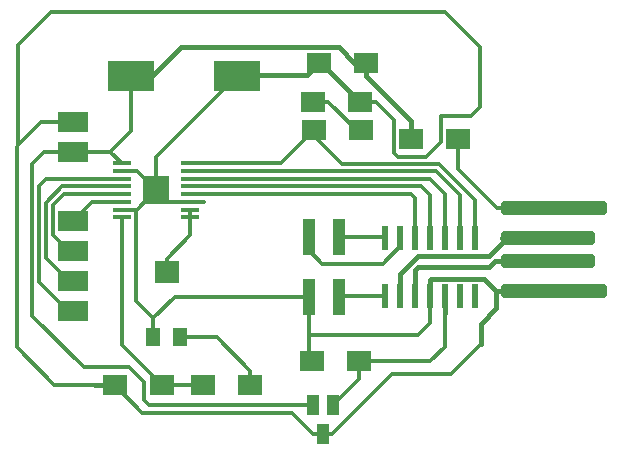
<source format=gbr>
%TF.GenerationSoftware,KiCad,Pcbnew,(6.0.1)*%
%TF.CreationDate,2022-02-02T16:00:44+02:00*%
%TF.ProjectId,DRV8428P-D11C-NEMA17,44525638-3432-4385-902d-443131432d4e,rev?*%
%TF.SameCoordinates,Original*%
%TF.FileFunction,Copper,L1,Top*%
%TF.FilePolarity,Positive*%
%FSLAX46Y46*%
G04 Gerber Fmt 4.6, Leading zero omitted, Abs format (unit mm)*
G04 Created by KiCad (PCBNEW (6.0.1)) date 2022-02-02 16:00:44*
%MOMM*%
%LPD*%
G01*
G04 APERTURE LIST*
G04 Aperture macros list*
%AMRoundRect*
0 Rectangle with rounded corners*
0 $1 Rounding radius*
0 $2 $3 $4 $5 $6 $7 $8 $9 X,Y pos of 4 corners*
0 Add a 4 corners polygon primitive as box body*
4,1,4,$2,$3,$4,$5,$6,$7,$8,$9,$2,$3,0*
0 Add four circle primitives for the rounded corners*
1,1,$1+$1,$2,$3*
1,1,$1+$1,$4,$5*
1,1,$1+$1,$6,$7*
1,1,$1+$1,$8,$9*
0 Add four rect primitives between the rounded corners*
20,1,$1+$1,$2,$3,$4,$5,0*
20,1,$1+$1,$4,$5,$6,$7,0*
20,1,$1+$1,$6,$7,$8,$9,0*
20,1,$1+$1,$8,$9,$2,$3,0*%
G04 Aperture macros list end*
%TA.AperFunction,SMDPad,CuDef*%
%ADD10R,2.000000X1.700000*%
%TD*%
%TA.AperFunction,SMDPad,CuDef*%
%ADD11R,1.000000X1.800000*%
%TD*%
%TA.AperFunction,SMDPad,CuDef*%
%ADD12R,1.000000X3.150000*%
%TD*%
%TA.AperFunction,SMDPad,CuDef*%
%ADD13R,1.300000X1.500000*%
%TD*%
%TA.AperFunction,SMDPad,CuDef*%
%ADD14R,2.000000X1.900000*%
%TD*%
%TA.AperFunction,SMDPad,CuDef*%
%ADD15R,2.500000X1.700000*%
%TD*%
%TA.AperFunction,SMDPad,CuDef*%
%ADD16R,1.500000X0.400000*%
%TD*%
%TA.AperFunction,SMDPad,CuDef*%
%ADD17R,2.310000X2.460000*%
%TD*%
%TA.AperFunction,SMDPad,CuDef*%
%ADD18R,0.600000X2.000000*%
%TD*%
%TA.AperFunction,SMDPad,CuDef*%
%ADD19R,4.000000X2.500000*%
%TD*%
%TA.AperFunction,SMDPad,CuDef*%
%ADD20RoundRect,0.300000X-4.200000X-0.300000X4.200000X-0.300000X4.200000X0.300000X-4.200000X0.300000X0*%
%TD*%
%TA.AperFunction,SMDPad,CuDef*%
%ADD21RoundRect,0.300000X-3.700000X-0.300000X3.700000X-0.300000X3.700000X0.300000X-3.700000X0.300000X0*%
%TD*%
%TA.AperFunction,Conductor*%
%ADD22C,0.300000*%
%TD*%
%TA.AperFunction,Conductor*%
%ADD23C,0.400000*%
%TD*%
G04 APERTURE END LIST*
D10*
%TO.P,R4,1*%
%TO.N,+5V*%
X59380000Y-145180000D03*
%TO.P,R4,2*%
X63380000Y-145180000D03*
%TD*%
D11*
%TO.P,U2,1,VO*%
%TO.N,+3V3*%
X52780000Y-167690000D03*
%TO.P,U2,2,VI*%
%TO.N,+5V*%
X51080000Y-167690000D03*
%TO.P,U2,3,GND*%
%TO.N,GND*%
X51930000Y-170090000D03*
%TD*%
D10*
%TO.P,C3,1*%
%TO.N,+3V3*%
X55020000Y-163960000D03*
%TO.P,C3,2*%
%TO.N,GND*%
X51020000Y-163960000D03*
%TD*%
%TO.P,C1,1*%
%TO.N,GND*%
X34300000Y-166000000D03*
%TO.P,C1,2*%
%TO.N,Net-(C1-Pad2)*%
X38300000Y-166000000D03*
%TD*%
D12*
%TO.P,J2,1,Pin_1*%
%TO.N,Net-(J2-Pad1)*%
X53270000Y-153475000D03*
%TO.P,J2,2,Pin_2*%
%TO.N,Net-(J2-Pad2)*%
X53270000Y-158525000D03*
%TO.P,J2,3,Pin_3*%
%TO.N,Net-(J2-Pad3)*%
X50730000Y-153475000D03*
%TO.P,J2,4,Pin_4*%
%TO.N,GND*%
X50730000Y-158525000D03*
%TD*%
D13*
%TO.P,RV1,1,1*%
%TO.N,Net-(R3-Pad2)*%
X39860000Y-161950000D03*
D14*
%TO.P,RV1,2,2*%
%TO.N,Net-(RV1-Pad2)*%
X38700000Y-156450000D03*
D13*
%TO.P,RV1,3,3*%
%TO.N,GND*%
X37550000Y-161950000D03*
%TD*%
D15*
%TO.P,J1,1,Pin_1*%
%TO.N,Net-(J1-Pad1)*%
X30800000Y-159700000D03*
%TO.P,J1,2,Pin_2*%
%TO.N,Net-(J1-Pad2)*%
X30800000Y-157160000D03*
%TO.P,J1,3,Pin_3*%
%TO.N,Net-(J1-Pad3)*%
X30800000Y-154620000D03*
%TO.P,J1,4,Pin_4*%
%TO.N,Net-(J1-Pad4)*%
X30800000Y-152080000D03*
%TD*%
%TO.P,J4,1*%
%TO.N,+5V*%
X30800000Y-146250000D03*
%TO.P,J4,2*%
%TO.N,GND*%
X30800000Y-143710000D03*
%TD*%
D10*
%TO.P,C4,1*%
%TO.N,GND*%
X51600000Y-138700000D03*
%TO.P,C4,2*%
%TO.N,+5V*%
X55600000Y-138700000D03*
%TD*%
D16*
%TO.P,U1,1,VM*%
%TO.N,+5V*%
X34900000Y-147225000D03*
%TO.P,U1,2,PGND*%
%TO.N,GND*%
X34900000Y-147875000D03*
%TO.P,U1,3,AOUT1*%
%TO.N,Net-(J1-Pad1)*%
X34900000Y-148525000D03*
%TO.P,U1,4,AOUT2*%
%TO.N,Net-(J1-Pad2)*%
X34900000Y-149175000D03*
%TO.P,U1,5,BOUT2*%
%TO.N,Net-(J1-Pad3)*%
X34900000Y-149825000D03*
%TO.P,U1,6,BOUT1*%
%TO.N,Net-(J1-Pad4)*%
X34900000Y-150475000D03*
%TO.P,U1,7,GND*%
%TO.N,GND*%
X34900000Y-151125000D03*
%TO.P,U1,8,DVDD*%
%TO.N,Net-(C1-Pad2)*%
X34900000Y-151775000D03*
%TO.P,U1,9,VREFB*%
%TO.N,Net-(RV1-Pad2)*%
X40700000Y-151775000D03*
%TO.P,U1,10,VREFA*%
X40700000Y-151125000D03*
%TO.P,U1,11,DECAY/TOFF*%
%TO.N,GND*%
X40700000Y-150475000D03*
%TO.P,U1,12,BIN2*%
%TO.N,Net-(U1-Pad12)*%
X40700000Y-149825000D03*
%TO.P,U1,13,BIN1*%
%TO.N,Net-(U3-Pad4)*%
X40700000Y-149175000D03*
%TO.P,U1,14,AIN2*%
%TO.N,Net-(U1-Pad14)*%
X40700000Y-148525000D03*
%TO.P,U1,15,AIN1*%
%TO.N,Net-(U3-Pad2)*%
X40700000Y-147875000D03*
%TO.P,U1,16,nSLEEP*%
%TO.N,Net-(U3-Pad1)*%
X40700000Y-147225000D03*
D17*
%TO.P,U1,17,PAD*%
%TO.N,GND*%
X37800000Y-149500000D03*
%TD*%
D18*
%TO.P,U3,1,PA05*%
%TO.N,Net-(U3-Pad1)*%
X64810000Y-153525000D03*
%TO.P,U3,2,PA08/XIN*%
%TO.N,Net-(U3-Pad2)*%
X63540000Y-153525000D03*
%TO.P,U3,3,PA09/XOUT*%
%TO.N,Net-(U1-Pad14)*%
X62270000Y-153525000D03*
%TO.P,U3,4,PA14*%
%TO.N,Net-(U3-Pad4)*%
X61000000Y-153525000D03*
%TO.P,U3,5,PA15*%
%TO.N,Net-(U1-Pad12)*%
X59730000Y-153525000D03*
%TO.P,U3,6,PA28/~{RST}*%
%TO.N,Net-(J2-Pad3)*%
X58460000Y-153525000D03*
%TO.P,U3,7,PA30/SWCLK*%
%TO.N,Net-(J2-Pad1)*%
X57190000Y-153525000D03*
%TO.P,U3,8,PA31/SWDIO*%
%TO.N,Net-(J2-Pad2)*%
X57190000Y-158475000D03*
%TO.P,U3,9,PA24*%
%TO.N,Net-(P1-Pad2)*%
X58460000Y-158475000D03*
%TO.P,U3,10,PA25*%
%TO.N,Net-(P1-Pad3)*%
X59730000Y-158475000D03*
%TO.P,U3,11,GND*%
%TO.N,GND*%
X61000000Y-158475000D03*
%TO.P,U3,12,VDD*%
%TO.N,+3V3*%
X62270000Y-158475000D03*
%TO.P,U3,13,PA02*%
%TO.N,unconnected-(U3-Pad13)*%
X63540000Y-158475000D03*
%TO.P,U3,14,PA04*%
%TO.N,unconnected-(U3-Pad14)*%
X64810000Y-158475000D03*
%TD*%
D10*
%TO.P,R3,1*%
%TO.N,Net-(C1-Pad2)*%
X41800000Y-166000000D03*
%TO.P,R3,2*%
%TO.N,Net-(R3-Pad2)*%
X45800000Y-166000000D03*
%TD*%
%TO.P,R1,1*%
%TO.N,Net-(U3-Pad1)*%
X51200000Y-144400000D03*
%TO.P,R1,2*%
%TO.N,Net-(R1-Pad2)*%
X55200000Y-144400000D03*
%TD*%
%TO.P,D1,1,K*%
%TO.N,GND*%
X55100000Y-142000000D03*
%TO.P,D1,2,A*%
%TO.N,Net-(R1-Pad2)*%
X51100000Y-142000000D03*
%TD*%
D19*
%TO.P,C2,1*%
%TO.N,+5V*%
X35700000Y-139820000D03*
%TO.P,C2,2*%
%TO.N,GND*%
X44700000Y-139820000D03*
%TD*%
D20*
%TO.P,P1,1,5V*%
%TO.N,+5V*%
X71500000Y-151000000D03*
D21*
%TO.P,P1,2,D-*%
%TO.N,Net-(P1-Pad2)*%
X71000000Y-153500000D03*
%TO.P,P1,3,D+*%
%TO.N,Net-(P1-Pad3)*%
X71000000Y-155500000D03*
D20*
%TO.P,P1,4,GND*%
%TO.N,GND*%
X71500000Y-158000000D03*
%TD*%
D22*
%TO.N,GND*%
X59980000Y-161760000D02*
X50730000Y-161760000D01*
X50730000Y-161760000D02*
X50730000Y-163670000D01*
X61000000Y-158475000D02*
X61000000Y-160740000D01*
X50730000Y-158525000D02*
X50730000Y-161760000D01*
X61000000Y-160740000D02*
X59980000Y-161760000D01*
X49355000Y-168315000D02*
X51130000Y-170090000D01*
%TO.N,+5V*%
X37240978Y-167690000D02*
X51080000Y-167690000D01*
X36800000Y-167249022D02*
X37240978Y-167690000D01*
X36800000Y-165750978D02*
X36800000Y-167249022D01*
X31700000Y-164500000D02*
X35549022Y-164500000D01*
X27300000Y-147300000D02*
X27300000Y-160100000D01*
X28350000Y-146250000D02*
X27300000Y-147300000D01*
X27300000Y-160100000D02*
X31700000Y-164500000D01*
X30800000Y-146250000D02*
X28350000Y-146250000D01*
X35549022Y-164500000D02*
X36800000Y-165750978D01*
D23*
X59380000Y-143630000D02*
X59380000Y-145180000D01*
X55600000Y-138700000D02*
X55600000Y-139850000D01*
X55600000Y-139850000D02*
X59380000Y-143630000D01*
D22*
%TO.N,GND*%
X64450000Y-143220000D02*
X61900000Y-143220000D01*
X65250000Y-142420000D02*
X64450000Y-143220000D01*
X65250000Y-137350000D02*
X65250000Y-142420000D01*
X62300000Y-134400000D02*
X65250000Y-137350000D01*
X28930000Y-134400000D02*
X62300000Y-134400000D01*
X26150000Y-137180000D02*
X28930000Y-134400000D01*
X26150000Y-145650000D02*
X26150000Y-137180000D01*
X61900000Y-145409022D02*
X61900000Y-143220000D01*
X26150000Y-145650000D02*
X26000000Y-145800000D01*
X28090000Y-143710000D02*
X26150000Y-145650000D01*
D23*
%TO.N,+5V*%
X54600000Y-138700000D02*
X53300000Y-137400000D01*
X55600000Y-138700000D02*
X54600000Y-138700000D01*
D22*
X63380000Y-147680000D02*
X63380000Y-145180000D01*
X66700000Y-151000000D02*
X63380000Y-147680000D01*
X71500000Y-151000000D02*
X66700000Y-151000000D01*
%TO.N,GND*%
X60633062Y-146675960D02*
X61900000Y-145409022D01*
X58255960Y-146675960D02*
X60633062Y-146675960D01*
X57930489Y-146350489D02*
X58255960Y-146675960D01*
X57930489Y-143530489D02*
X57930489Y-146350489D01*
X56400000Y-142000000D02*
X57930489Y-143530489D01*
%TO.N,Net-(U3-Pad1)*%
X61775480Y-147275480D02*
X64810000Y-150310000D01*
X51200000Y-144900000D02*
X53575480Y-147275480D01*
X53575480Y-147275480D02*
X61775480Y-147275480D01*
X51200000Y-144400000D02*
X51200000Y-144900000D01*
X64810000Y-150310000D02*
X64810000Y-153525000D01*
%TO.N,+5V*%
X35700000Y-144475000D02*
X35700000Y-139820000D01*
X33925000Y-146250000D02*
X35700000Y-144475000D01*
D23*
X37480000Y-139820000D02*
X39900000Y-137400000D01*
X35700000Y-139820000D02*
X37480000Y-139820000D01*
X39900000Y-137400000D02*
X53300000Y-137400000D01*
D22*
%TO.N,GND*%
X37800000Y-149500000D02*
X37800000Y-146720000D01*
X37800000Y-146720000D02*
X44700000Y-139820000D01*
X62740000Y-165060000D02*
X65300000Y-162500000D01*
X57760000Y-165060000D02*
X62740000Y-165060000D01*
X52730000Y-170090000D02*
X57760000Y-165060000D01*
X51930000Y-170090000D02*
X52730000Y-170090000D01*
X36615000Y-168315000D02*
X49355000Y-168315000D01*
X34300000Y-166000000D02*
X36615000Y-168315000D01*
X51130000Y-170090000D02*
X51930000Y-170090000D01*
X50730000Y-163670000D02*
X51020000Y-163960000D01*
%TO.N,+3V3*%
X55020000Y-163960000D02*
X55020000Y-165450000D01*
X55020000Y-165450000D02*
X52780000Y-167690000D01*
X61040000Y-163960000D02*
X55020000Y-163960000D01*
X62270000Y-162730000D02*
X61040000Y-163960000D01*
%TO.N,GND*%
X29200000Y-166000000D02*
X34300000Y-166000000D01*
X40700000Y-150475000D02*
X41899022Y-150475000D01*
X34900000Y-147875000D02*
X36175000Y-147875000D01*
D23*
X61000000Y-157075000D02*
X61000000Y-158475000D01*
D22*
X51800000Y-138700000D02*
X51600000Y-138700000D01*
X55100000Y-142000000D02*
X56400000Y-142000000D01*
X34900000Y-151125000D02*
X36099022Y-151125000D01*
X39375978Y-158525000D02*
X37550000Y-160350978D01*
X37550000Y-160350978D02*
X37550000Y-161950000D01*
X36099022Y-151125000D02*
X36099511Y-151125489D01*
D23*
X71500000Y-158000000D02*
X66600000Y-158000000D01*
X66600000Y-158000000D02*
X65575489Y-156975489D01*
X66600000Y-159500000D02*
X65300000Y-160800000D01*
X45970000Y-139700000D02*
X46600000Y-139700000D01*
D22*
X36175000Y-151125000D02*
X37800000Y-149500000D01*
D23*
X65300000Y-160800000D02*
X65300000Y-162500000D01*
D22*
X40700000Y-150475000D02*
X38775000Y-150475000D01*
D23*
X50600000Y-139700000D02*
X51600000Y-138700000D01*
X55100000Y-142000000D02*
X51800000Y-138700000D01*
X66600000Y-158000000D02*
X66600000Y-159500000D01*
D22*
X26000000Y-162800000D02*
X29200000Y-166000000D01*
X30800000Y-143710000D02*
X28090000Y-143710000D01*
X36099511Y-151125489D02*
X36099511Y-158900489D01*
X34900000Y-151125000D02*
X36175000Y-151125000D01*
D23*
X34300000Y-166000000D02*
X32600000Y-166000000D01*
D22*
X50730000Y-158525000D02*
X39375978Y-158525000D01*
D23*
X61099511Y-156975489D02*
X61000000Y-157075000D01*
D22*
X38775000Y-150475000D02*
X37800000Y-149500000D01*
X36175000Y-147875000D02*
X37800000Y-149500000D01*
D23*
X65575489Y-156975489D02*
X61099511Y-156975489D01*
D22*
X36099511Y-158900489D02*
X37550000Y-160350978D01*
X26000000Y-145800000D02*
X26000000Y-162800000D01*
D23*
X71500000Y-158000000D02*
X68100000Y-158000000D01*
X46600000Y-139700000D02*
X50600000Y-139700000D01*
D22*
%TO.N,+5V*%
X30800000Y-146250000D02*
X33925000Y-146250000D01*
X33925000Y-146250000D02*
X34900000Y-147225000D01*
D23*
%TO.N,+3V3*%
X62270000Y-158475000D02*
X62270000Y-159844270D01*
D22*
X62270000Y-162730000D02*
X62270000Y-158475000D01*
%TO.N,Net-(U1-Pad14)*%
X61025000Y-148525000D02*
X62270000Y-149770000D01*
X62270000Y-149770000D02*
X62270000Y-153525000D01*
X40700000Y-148525000D02*
X61025000Y-148525000D01*
%TO.N,Net-(U1-Pad12)*%
X59375000Y-149825000D02*
X59730000Y-150180000D01*
X59730000Y-150180000D02*
X59730000Y-153525000D01*
X40700000Y-149825000D02*
X59375000Y-149825000D01*
%TO.N,Net-(J2-Pad3)*%
X58460000Y-154225000D02*
X56985000Y-155700000D01*
X50730000Y-154550000D02*
X50730000Y-153475000D01*
X51880000Y-155700000D02*
X50730000Y-154550000D01*
X58460000Y-153525000D02*
X58460000Y-154225000D01*
X56985000Y-155700000D02*
X51880000Y-155700000D01*
%TO.N,Net-(J2-Pad1)*%
X57140000Y-153475000D02*
X57190000Y-153525000D01*
X53270000Y-153475000D02*
X57140000Y-153475000D01*
%TO.N,Net-(J2-Pad2)*%
X53320000Y-158475000D02*
X53270000Y-158525000D01*
X57190000Y-158475000D02*
X53320000Y-158475000D01*
D23*
%TO.N,Net-(P1-Pad2)*%
X67486219Y-153500000D02*
X71000000Y-153500000D01*
X71000000Y-153500000D02*
X67134022Y-153500000D01*
X58460000Y-156550730D02*
X59986219Y-155024511D01*
X65961708Y-155024511D02*
X67486219Y-153500000D01*
X59986219Y-155024511D02*
X65961708Y-155024511D01*
X58460000Y-158475000D02*
X58460000Y-156550730D01*
%TO.N,Net-(P1-Pad3)*%
X71000000Y-155500000D02*
X66475489Y-155500000D01*
X59730000Y-156270000D02*
X59730000Y-158475000D01*
X66475489Y-155500000D02*
X66475489Y-155524511D01*
X66475489Y-155524511D02*
X66000000Y-156000000D01*
X60000000Y-156000000D02*
X59730000Y-156270000D01*
X66000000Y-156000000D02*
X60000000Y-156000000D01*
D22*
%TO.N,Net-(R1-Pad2)*%
X54800000Y-144400000D02*
X55200000Y-144400000D01*
X51100000Y-142000000D02*
X52400000Y-142000000D01*
X52400000Y-142000000D02*
X54800000Y-144400000D01*
%TO.N,Net-(R3-Pad2)*%
X42950000Y-161950000D02*
X45800000Y-164800000D01*
X45800000Y-164800000D02*
X45800000Y-166000000D01*
X39860000Y-161950000D02*
X42950000Y-161950000D01*
%TO.N,Net-(C1-Pad2)*%
X38300000Y-166000000D02*
X41800000Y-166000000D01*
X34900000Y-151775000D02*
X34900000Y-162600000D01*
X34900000Y-162600000D02*
X38300000Y-166000000D01*
%TO.N,Net-(RV1-Pad2)*%
X38700000Y-155300000D02*
X40700000Y-153300000D01*
X38700000Y-156450000D02*
X38700000Y-155300000D01*
X40700000Y-151775000D02*
X40700000Y-151125000D01*
X40700000Y-153300000D02*
X40700000Y-151775000D01*
%TO.N,Net-(J1-Pad1)*%
X28475000Y-148525000D02*
X34900000Y-148525000D01*
X30340978Y-159700000D02*
X27901449Y-157260471D01*
X30800000Y-159700000D02*
X30340978Y-159700000D01*
X27901449Y-149098551D02*
X28475000Y-148525000D01*
X27901449Y-157260471D02*
X27901449Y-149098551D01*
%TO.N,Net-(J1-Pad2)*%
X28500969Y-155260969D02*
X28500969Y-150532159D01*
X28500969Y-150532159D02*
X29858128Y-149175000D01*
X30800000Y-157160000D02*
X30400000Y-157160000D01*
X30400000Y-157160000D02*
X28500969Y-155260969D01*
X29858128Y-149175000D02*
X34900000Y-149175000D01*
%TO.N,Net-(J1-Pad3)*%
X30800000Y-154620000D02*
X30400000Y-154620000D01*
X30400000Y-154620000D02*
X29100489Y-153320489D01*
X29100489Y-153320489D02*
X29100489Y-150780489D01*
X30055978Y-149825000D02*
X34900000Y-149825000D01*
X29100489Y-150780489D02*
X30055978Y-149825000D01*
%TO.N,Net-(J1-Pad4)*%
X32405000Y-150475000D02*
X34900000Y-150475000D01*
X30800000Y-152080000D02*
X32405000Y-150475000D01*
%TO.N,Net-(U3-Pad2)*%
X61527150Y-147875000D02*
X63540000Y-149887850D01*
X63540000Y-149887850D02*
X63540000Y-153525000D01*
X40700000Y-147875000D02*
X61527150Y-147875000D01*
%TO.N,Net-(U3-Pad4)*%
X40700000Y-149175000D02*
X60275000Y-149175000D01*
X60275000Y-149175000D02*
X61000000Y-149900000D01*
X61000000Y-149900000D02*
X61000000Y-153525000D01*
%TO.N,Net-(U3-Pad1)*%
X48375000Y-147225000D02*
X51200000Y-144400000D01*
X40700000Y-147225000D02*
X48375000Y-147225000D01*
X40700000Y-147225000D02*
X43375000Y-147225000D01*
%TD*%
M02*

</source>
